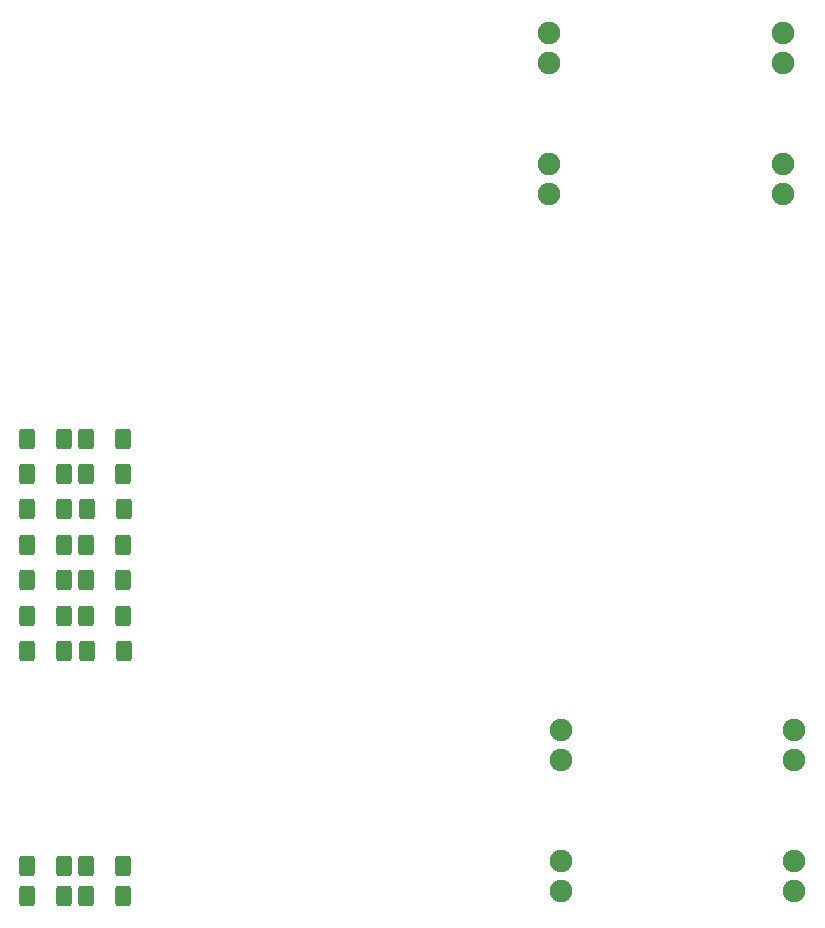
<source format=gbr>
%TF.GenerationSoftware,KiCad,Pcbnew,9.0.2*%
%TF.CreationDate,2025-10-01T16:12:29+03:00*%
%TF.ProjectId,SolarMonitor_V1,536f6c61-724d-46f6-9e69-746f725f5631,rev?*%
%TF.SameCoordinates,Original*%
%TF.FileFunction,Paste,Top*%
%TF.FilePolarity,Positive*%
%FSLAX46Y46*%
G04 Gerber Fmt 4.6, Leading zero omitted, Abs format (unit mm)*
G04 Created by KiCad (PCBNEW 9.0.2) date 2025-10-01 16:12:29*
%MOMM*%
%LPD*%
G01*
G04 APERTURE LIST*
G04 Aperture macros list*
%AMRoundRect*
0 Rectangle with rounded corners*
0 $1 Rounding radius*
0 $2 $3 $4 $5 $6 $7 $8 $9 X,Y pos of 4 corners*
0 Add a 4 corners polygon primitive as box body*
4,1,4,$2,$3,$4,$5,$6,$7,$8,$9,$2,$3,0*
0 Add four circle primitives for the rounded corners*
1,1,$1+$1,$2,$3*
1,1,$1+$1,$4,$5*
1,1,$1+$1,$6,$7*
1,1,$1+$1,$8,$9*
0 Add four rect primitives between the rounded corners*
20,1,$1+$1,$2,$3,$4,$5,0*
20,1,$1+$1,$4,$5,$6,$7,0*
20,1,$1+$1,$6,$7,$8,$9,0*
20,1,$1+$1,$8,$9,$2,$3,0*%
G04 Aperture macros list end*
%ADD10C,1.905000*%
%ADD11RoundRect,0.250000X0.400000X0.625000X-0.400000X0.625000X-0.400000X-0.625000X0.400000X-0.625000X0*%
G04 APERTURE END LIST*
D10*
%TO.C,BRD2*%
X141600000Y-106700000D03*
X141600000Y-109240000D03*
X141600000Y-117760000D03*
X141600000Y-120300000D03*
X161400000Y-120300000D03*
X161400000Y-117760000D03*
X161400000Y-109240000D03*
X161400000Y-106700000D03*
%TD*%
D11*
%TO.C,R14*%
X105550000Y-153000000D03*
X102450000Y-153000000D03*
%TD*%
%TO.C,R16*%
X105550000Y-141000000D03*
X102450000Y-141000000D03*
%TD*%
%TO.C,R3*%
X100550000Y-179690845D03*
X97450000Y-179690845D03*
%TD*%
%TO.C,R10*%
X105550000Y-156000000D03*
X102450000Y-156000000D03*
%TD*%
%TO.C,R4*%
X105600000Y-159000000D03*
X102500000Y-159000000D03*
%TD*%
%TO.C,R7*%
X100550000Y-147000000D03*
X97450000Y-147000000D03*
%TD*%
%TO.C,R13*%
X100550000Y-144000000D03*
X97450000Y-144000000D03*
%TD*%
%TO.C,R5*%
X100550000Y-159000000D03*
X97450000Y-159000000D03*
%TD*%
%TO.C,R8*%
X105550000Y-177190845D03*
X102450000Y-177190845D03*
%TD*%
%TO.C,R11*%
X100550000Y-156000000D03*
X97450000Y-156000000D03*
%TD*%
%TO.C,R9*%
X100550000Y-177190845D03*
X97450000Y-177190845D03*
%TD*%
D10*
%TO.C,BRD5*%
X142600000Y-165700000D03*
X142600000Y-168240000D03*
X142600000Y-176760000D03*
X142600000Y-179300000D03*
X162400000Y-179300000D03*
X162400000Y-176760000D03*
X162400000Y-168240000D03*
X162400000Y-165700000D03*
%TD*%
D11*
%TO.C,R17*%
X105550000Y-179690845D03*
X102450000Y-179690845D03*
%TD*%
%TO.C,R12*%
X105550000Y-144000000D03*
X102450000Y-144000000D03*
%TD*%
%TO.C,R20*%
X100550000Y-150000000D03*
X97450000Y-150000000D03*
%TD*%
%TO.C,R6*%
X105600000Y-147000000D03*
X102500000Y-147000000D03*
%TD*%
%TO.C,R19*%
X105550000Y-150000000D03*
X102450000Y-150000000D03*
%TD*%
%TO.C,R18*%
X100550000Y-141000000D03*
X97450000Y-141000000D03*
%TD*%
%TO.C,R15*%
X100550000Y-153000000D03*
X97450000Y-153000000D03*
%TD*%
M02*

</source>
